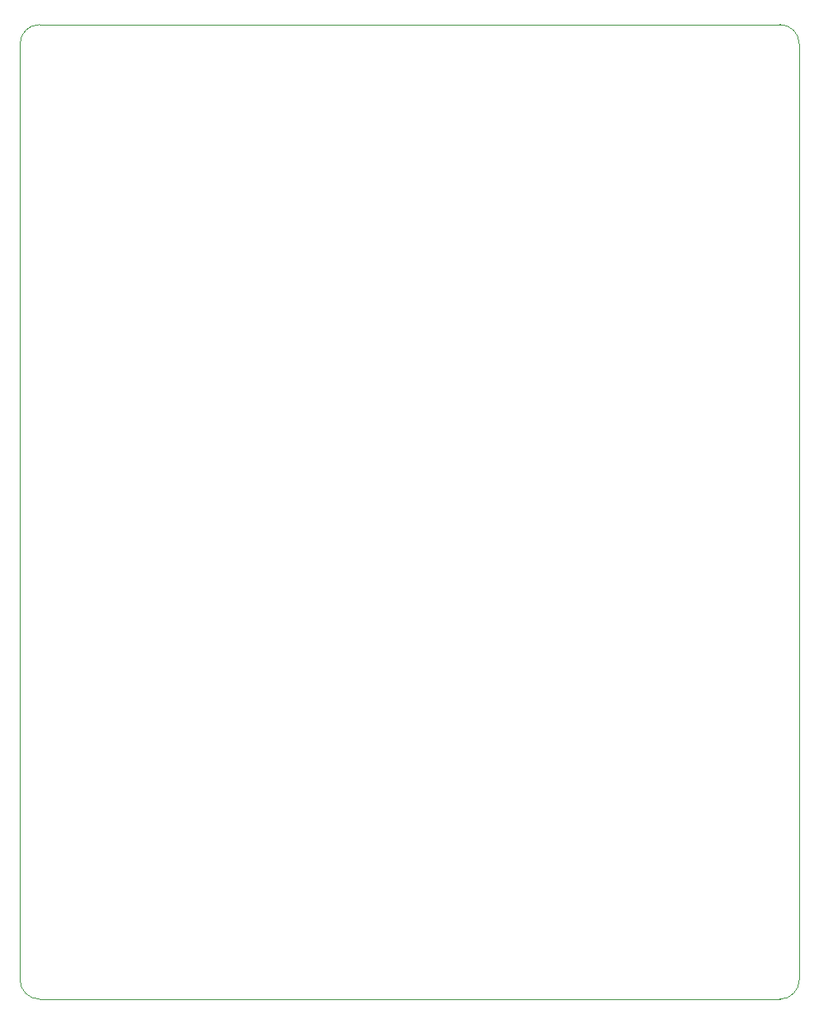
<source format=gbr>
G04 #@! TF.GenerationSoftware,KiCad,Pcbnew,8.0.5*
G04 #@! TF.CreationDate,2024-10-11T01:11:14-05:00*
G04 #@! TF.ProjectId,DAQ,4441512e-6b69-4636-9164-5f7063625858,rev?*
G04 #@! TF.SameCoordinates,Original*
G04 #@! TF.FileFunction,Profile,NP*
%FSLAX46Y46*%
G04 Gerber Fmt 4.6, Leading zero omitted, Abs format (unit mm)*
G04 Created by KiCad (PCBNEW 8.0.5) date 2024-10-11 01:11:14*
%MOMM*%
%LPD*%
G01*
G04 APERTURE LIST*
G04 #@! TA.AperFunction,Profile*
%ADD10C,0.100000*%
G04 #@! TD*
G04 APERTURE END LIST*
D10*
X179500000Y-47500000D02*
X103500000Y-47500000D01*
X101500000Y-49500000D02*
X101500000Y-145500000D01*
X103500000Y-147500000D02*
X179500000Y-147500000D01*
X181500000Y-145500000D02*
X181500000Y-49500000D01*
X101500000Y-49500000D02*
G75*
G02*
X103500000Y-47500000I2000000J0D01*
G01*
X181500000Y-145500000D02*
G75*
G02*
X179500000Y-147500000I-2000000J0D01*
G01*
X179500000Y-47500000D02*
G75*
G02*
X181500000Y-49500000I0J-2000000D01*
G01*
X103500000Y-147500000D02*
G75*
G02*
X101500000Y-145500000I0J2000000D01*
G01*
M02*

</source>
